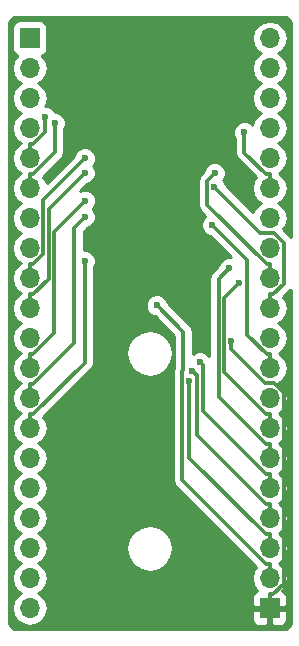
<source format=gbl>
G04 #@! TF.FileFunction,Copper,L2,Bot,Signal*
%FSLAX46Y46*%
G04 Gerber Fmt 4.6, Leading zero omitted, Abs format (unit mm)*
G04 Created by KiCad (PCBNEW 4.0.7) date *
%MOMM*%
%LPD*%
G01*
G04 APERTURE LIST*
%ADD10C,0.100000*%
%ADD11R,1.700000X1.700000*%
%ADD12O,1.700000X1.700000*%
%ADD13C,0.600000*%
%ADD14C,0.304800*%
%ADD15C,0.254000*%
G04 APERTURE END LIST*
D10*
D11*
X127000000Y-91440000D03*
D12*
X127000000Y-93980000D03*
X127000000Y-96520000D03*
X127000000Y-99060000D03*
X127000000Y-101600000D03*
X127000000Y-104140000D03*
X127000000Y-106680000D03*
X127000000Y-109220000D03*
X127000000Y-111760000D03*
X127000000Y-114300000D03*
X127000000Y-116840000D03*
X127000000Y-119380000D03*
X127000000Y-121920000D03*
X127000000Y-124460000D03*
X127000000Y-127000000D03*
X127000000Y-129540000D03*
X127000000Y-132080000D03*
X127000000Y-134620000D03*
X127000000Y-137160000D03*
X127000000Y-139700000D03*
D11*
X147320000Y-139700000D03*
D12*
X147320000Y-137160000D03*
X147320000Y-134620000D03*
X147320000Y-132080000D03*
X147320000Y-129540000D03*
X147320000Y-127000000D03*
X147320000Y-124460000D03*
X147320000Y-121920000D03*
X147320000Y-119380000D03*
X147320000Y-116840000D03*
X147320000Y-114300000D03*
X147320000Y-111760000D03*
X147320000Y-109220000D03*
X147320000Y-106680000D03*
X147320000Y-104140000D03*
X147320000Y-101600000D03*
X147320000Y-99060000D03*
X147320000Y-96520000D03*
X147320000Y-93980000D03*
X147320000Y-91440000D03*
D13*
X144065200Y-117078000D03*
X128340300Y-98160500D03*
X129121300Y-98629800D03*
X131670200Y-101618700D03*
X131674400Y-102842100D03*
X131699400Y-105218100D03*
X131689800Y-106593200D03*
X131675800Y-110313400D03*
X137760000Y-114065000D03*
X140532600Y-120500500D03*
X140785900Y-119620000D03*
X141412000Y-118874000D03*
X143910000Y-110931400D03*
X144748200Y-112150800D03*
X142447500Y-107275400D03*
X142650100Y-104065700D03*
X142656600Y-102865700D03*
X145184100Y-99429000D03*
D14*
X147320000Y-139700000D02*
X147320000Y-138544900D01*
X144065200Y-117765200D02*
X144065200Y-117078000D01*
X146950000Y-120650000D02*
X144065200Y-117765200D01*
X147690900Y-120650000D02*
X146950000Y-120650000D01*
X148518100Y-121477200D02*
X147690900Y-120650000D01*
X148518100Y-137635600D02*
X148518100Y-121477200D01*
X147608800Y-138544900D02*
X148518100Y-137635600D01*
X147320000Y-138544900D02*
X147608800Y-138544900D01*
X128340200Y-98160500D02*
X128340300Y-98160500D01*
X128340200Y-99393500D02*
X128340200Y-98160500D01*
X127288800Y-100444900D02*
X128340200Y-99393500D01*
X127000000Y-100444900D02*
X127288800Y-100444900D01*
X127000000Y-101600000D02*
X127000000Y-100444900D01*
X127000000Y-104140000D02*
X127000000Y-102984900D01*
X129121300Y-101123600D02*
X129121300Y-98629800D01*
X127260000Y-102984900D02*
X129121300Y-101123600D01*
X127000000Y-102984900D02*
X127260000Y-102984900D01*
X128155100Y-105133800D02*
X131670200Y-101618700D01*
X128155100Y-109738700D02*
X128155100Y-105133800D01*
X127288900Y-110604900D02*
X128155100Y-109738700D01*
X127000000Y-110604900D02*
X127288900Y-110604900D01*
X127000000Y-111760000D02*
X127000000Y-110604900D01*
X128612700Y-105903800D02*
X131674400Y-102842100D01*
X128612700Y-111821000D02*
X128612700Y-105903800D01*
X127288800Y-113144900D02*
X128612700Y-111821000D01*
X127000000Y-113144900D02*
X127288800Y-113144900D01*
X127000000Y-114300000D02*
X127000000Y-113144900D01*
X127000000Y-119380000D02*
X127000000Y-118224900D01*
X129070300Y-107847200D02*
X131699400Y-105218100D01*
X129070300Y-116443400D02*
X129070300Y-107847200D01*
X127288800Y-118224900D02*
X129070300Y-116443400D01*
X127000000Y-118224900D02*
X127288800Y-118224900D01*
X127000000Y-121920000D02*
X127000000Y-120764900D01*
X130795300Y-107487700D02*
X131689800Y-106593200D01*
X130795300Y-117258400D02*
X130795300Y-107487700D01*
X127288800Y-120764900D02*
X130795300Y-117258400D01*
X127000000Y-120764900D02*
X127288800Y-120764900D01*
X127000000Y-124460000D02*
X127000000Y-123304900D01*
X131675800Y-118917900D02*
X131675800Y-110313400D01*
X127288800Y-123304900D02*
X131675800Y-118917900D01*
X127000000Y-123304900D02*
X127288800Y-123304900D01*
X140005200Y-116310200D02*
X137760000Y-114065000D01*
X140005200Y-119544900D02*
X140005200Y-116310200D01*
X139917700Y-119632400D02*
X140005200Y-119544900D01*
X139917700Y-128891400D02*
X139917700Y-119632400D01*
X147031200Y-136004900D02*
X139917700Y-128891400D01*
X147320000Y-136004900D02*
X147031200Y-136004900D01*
X147320000Y-137160000D02*
X147320000Y-136004900D01*
X140532600Y-126966300D02*
X140532600Y-120500500D01*
X147031200Y-133464900D02*
X140532600Y-126966300D01*
X147320000Y-133464900D02*
X147031200Y-133464900D01*
X147320000Y-134620000D02*
X147320000Y-133464900D01*
X147320000Y-132080000D02*
X147320000Y-130924900D01*
X141156400Y-119990500D02*
X140785900Y-119620000D01*
X141156400Y-125050100D02*
X141156400Y-119990500D01*
X147031200Y-130924900D02*
X141156400Y-125050100D01*
X147320000Y-130924900D02*
X147031200Y-130924900D01*
X147320000Y-129540000D02*
X147320000Y-128384900D01*
X141694600Y-119156600D02*
X141412000Y-118874000D01*
X141694600Y-123048300D02*
X141694600Y-119156600D01*
X147031200Y-128384900D02*
X141694600Y-123048300D01*
X147320000Y-128384900D02*
X147031200Y-128384900D01*
X143002400Y-111839000D02*
X143910000Y-110931400D01*
X143002400Y-121816100D02*
X143002400Y-111839000D01*
X147031200Y-125844900D02*
X143002400Y-121816100D01*
X147320000Y-125844900D02*
X147031200Y-125844900D01*
X147320000Y-127000000D02*
X147320000Y-125844900D01*
X147320000Y-124460000D02*
X147320000Y-123304900D01*
X143460000Y-113439000D02*
X144748200Y-112150800D01*
X143460000Y-119733700D02*
X143460000Y-113439000D01*
X147031200Y-123304900D02*
X143460000Y-119733700D01*
X147320000Y-123304900D02*
X147031200Y-123304900D01*
X145377200Y-110205100D02*
X142447500Y-107275400D01*
X145377200Y-116541700D02*
X145377200Y-110205100D01*
X147060400Y-118224900D02*
X145377200Y-116541700D01*
X147320000Y-118224900D02*
X147060400Y-118224900D01*
X147320000Y-119380000D02*
X147320000Y-118224900D01*
X146534400Y-107950000D02*
X142650100Y-104065700D01*
X147690900Y-107950000D02*
X146534400Y-107950000D01*
X148518100Y-108777200D02*
X147690900Y-107950000D01*
X148518100Y-112235600D02*
X148518100Y-108777200D01*
X147608800Y-113144900D02*
X148518100Y-112235600D01*
X147320000Y-113144900D02*
X147608800Y-113144900D01*
X147320000Y-114300000D02*
X147320000Y-113144900D01*
X142025200Y-103497100D02*
X142656600Y-102865700D01*
X142025200Y-105563600D02*
X142025200Y-103497100D01*
X147066500Y-110604900D02*
X142025200Y-105563600D01*
X147320000Y-110604900D02*
X147066500Y-110604900D01*
X147320000Y-111760000D02*
X147320000Y-110604900D01*
X145184200Y-99429000D02*
X145184100Y-99429000D01*
X145184200Y-101137900D02*
X145184200Y-99429000D01*
X147031200Y-102984900D02*
X145184200Y-101137900D01*
X147320000Y-102984900D02*
X147031200Y-102984900D01*
X147320000Y-104140000D02*
X147320000Y-102984900D01*
D15*
G36*
X149098000Y-90095606D02*
X149098000Y-108255032D01*
X149074876Y-108220424D01*
X148473391Y-107618939D01*
X148721054Y-107248285D01*
X148834093Y-106680000D01*
X148721054Y-106111715D01*
X148399147Y-105629946D01*
X148069974Y-105410000D01*
X148399147Y-105190054D01*
X148721054Y-104708285D01*
X148834093Y-104140000D01*
X148721054Y-103571715D01*
X148399147Y-103089946D01*
X148086779Y-102881229D01*
X148082836Y-102861406D01*
X148399147Y-102650054D01*
X148721054Y-102168285D01*
X148834093Y-101600000D01*
X148721054Y-101031715D01*
X148399147Y-100549946D01*
X148069974Y-100330000D01*
X148399147Y-100110054D01*
X148721054Y-99628285D01*
X148834093Y-99060000D01*
X148721054Y-98491715D01*
X148399147Y-98009946D01*
X148069974Y-97790000D01*
X148399147Y-97570054D01*
X148721054Y-97088285D01*
X148834093Y-96520000D01*
X148721054Y-95951715D01*
X148399147Y-95469946D01*
X148069974Y-95250000D01*
X148399147Y-95030054D01*
X148721054Y-94548285D01*
X148834093Y-93980000D01*
X148721054Y-93411715D01*
X148399147Y-92929946D01*
X148069974Y-92710000D01*
X148399147Y-92490054D01*
X148721054Y-92008285D01*
X148834093Y-91440000D01*
X148721054Y-90871715D01*
X148399147Y-90389946D01*
X147917378Y-90068039D01*
X147349093Y-89955000D01*
X147290907Y-89955000D01*
X146722622Y-90068039D01*
X146240853Y-90389946D01*
X145918946Y-90871715D01*
X145805907Y-91440000D01*
X145918946Y-92008285D01*
X146240853Y-92490054D01*
X146570026Y-92710000D01*
X146240853Y-92929946D01*
X145918946Y-93411715D01*
X145805907Y-93980000D01*
X145918946Y-94548285D01*
X146240853Y-95030054D01*
X146570026Y-95250000D01*
X146240853Y-95469946D01*
X145918946Y-95951715D01*
X145805907Y-96520000D01*
X145918946Y-97088285D01*
X146240853Y-97570054D01*
X146570026Y-97790000D01*
X146240853Y-98009946D01*
X145918946Y-98491715D01*
X145860899Y-98783536D01*
X145714427Y-98636808D01*
X145370899Y-98494162D01*
X144998933Y-98493838D01*
X144655157Y-98635883D01*
X144391908Y-98898673D01*
X144249262Y-99242201D01*
X144248938Y-99614167D01*
X144390983Y-99957943D01*
X144396800Y-99963770D01*
X144396800Y-101137900D01*
X144456737Y-101439225D01*
X144627424Y-101694676D01*
X146153471Y-103220723D01*
X145918946Y-103571715D01*
X145805907Y-104140000D01*
X145918946Y-104708285D01*
X146240853Y-105190054D01*
X146570026Y-105410000D01*
X146240853Y-105629946D01*
X145918946Y-106111715D01*
X145900815Y-106202863D01*
X143585256Y-103887304D01*
X143585262Y-103880533D01*
X143443217Y-103536757D01*
X143375635Y-103469057D01*
X143448792Y-103396027D01*
X143591438Y-103052499D01*
X143591762Y-102680533D01*
X143449717Y-102336757D01*
X143186927Y-102073508D01*
X142843399Y-101930862D01*
X142471433Y-101930538D01*
X142127657Y-102072583D01*
X141864408Y-102335373D01*
X141721762Y-102678901D01*
X141721755Y-102686993D01*
X141468424Y-102940324D01*
X141297737Y-103195775D01*
X141237800Y-103497100D01*
X141237800Y-105563600D01*
X141297737Y-105864925D01*
X141468424Y-106120376D01*
X141874406Y-106526358D01*
X141655308Y-106745073D01*
X141512662Y-107088601D01*
X141512338Y-107460567D01*
X141654383Y-107804343D01*
X141917173Y-108067592D01*
X142260701Y-108210238D01*
X142268793Y-108210245D01*
X144055074Y-109996526D01*
X143724833Y-109996238D01*
X143381057Y-110138283D01*
X143117808Y-110401073D01*
X142975162Y-110744601D01*
X142975155Y-110752693D01*
X142445624Y-111282224D01*
X142274937Y-111537675D01*
X142215000Y-111839000D01*
X142215000Y-118368976D01*
X142205117Y-118345057D01*
X141942327Y-118081808D01*
X141598799Y-117939162D01*
X141226833Y-117938838D01*
X140883057Y-118080883D01*
X140792600Y-118171182D01*
X140792600Y-116310200D01*
X140732663Y-116008875D01*
X140561976Y-115753424D01*
X138695156Y-113886604D01*
X138695162Y-113879833D01*
X138553117Y-113536057D01*
X138290327Y-113272808D01*
X137946799Y-113130162D01*
X137574833Y-113129838D01*
X137231057Y-113271883D01*
X136967808Y-113534673D01*
X136825162Y-113878201D01*
X136824838Y-114250167D01*
X136966883Y-114593943D01*
X137229673Y-114857192D01*
X137573201Y-114999838D01*
X137581293Y-114999845D01*
X139217800Y-116636352D01*
X139217800Y-119289824D01*
X139190237Y-119331075D01*
X139130300Y-119632400D01*
X139130300Y-128891400D01*
X139190237Y-129192725D01*
X139360924Y-129448176D01*
X146153471Y-136240723D01*
X145918946Y-136591715D01*
X145805907Y-137160000D01*
X145918946Y-137728285D01*
X146240853Y-138210054D01*
X146284777Y-138239403D01*
X146110302Y-138311673D01*
X145931673Y-138490301D01*
X145835000Y-138723690D01*
X145835000Y-139414250D01*
X145993750Y-139573000D01*
X147193000Y-139573000D01*
X147193000Y-139553000D01*
X147447000Y-139553000D01*
X147447000Y-139573000D01*
X148646250Y-139573000D01*
X148805000Y-139414250D01*
X148805000Y-138723690D01*
X148708327Y-138490301D01*
X148529698Y-138311673D01*
X148355223Y-138239403D01*
X148399147Y-138210054D01*
X148721054Y-137728285D01*
X148834093Y-137160000D01*
X148721054Y-136591715D01*
X148399147Y-136109946D01*
X148086779Y-135901229D01*
X148082836Y-135881406D01*
X148399147Y-135670054D01*
X148721054Y-135188285D01*
X148834093Y-134620000D01*
X148721054Y-134051715D01*
X148399147Y-133569946D01*
X148086779Y-133361229D01*
X148082836Y-133341406D01*
X148399147Y-133130054D01*
X148721054Y-132648285D01*
X148834093Y-132080000D01*
X148721054Y-131511715D01*
X148399147Y-131029946D01*
X148086779Y-130821229D01*
X148082836Y-130801406D01*
X148399147Y-130590054D01*
X148721054Y-130108285D01*
X148834093Y-129540000D01*
X148721054Y-128971715D01*
X148399147Y-128489946D01*
X148086779Y-128281229D01*
X148082836Y-128261406D01*
X148399147Y-128050054D01*
X148721054Y-127568285D01*
X148834093Y-127000000D01*
X148721054Y-126431715D01*
X148399147Y-125949946D01*
X148086779Y-125741229D01*
X148082836Y-125721406D01*
X148399147Y-125510054D01*
X148721054Y-125028285D01*
X148834093Y-124460000D01*
X148721054Y-123891715D01*
X148399147Y-123409946D01*
X148086779Y-123201229D01*
X148082836Y-123181406D01*
X148399147Y-122970054D01*
X148721054Y-122488285D01*
X148834093Y-121920000D01*
X148721054Y-121351715D01*
X148399147Y-120869946D01*
X148069974Y-120650000D01*
X148399147Y-120430054D01*
X148721054Y-119948285D01*
X148834093Y-119380000D01*
X148721054Y-118811715D01*
X148399147Y-118329946D01*
X148086779Y-118121229D01*
X148082836Y-118101406D01*
X148399147Y-117890054D01*
X148721054Y-117408285D01*
X148834093Y-116840000D01*
X148721054Y-116271715D01*
X148399147Y-115789946D01*
X148069974Y-115570000D01*
X148399147Y-115350054D01*
X148721054Y-114868285D01*
X148834093Y-114300000D01*
X148721054Y-113731715D01*
X148486529Y-113380723D01*
X149074876Y-112792376D01*
X149098000Y-112757768D01*
X149098000Y-141044394D01*
X148664394Y-141478000D01*
X125655606Y-141478000D01*
X125222000Y-141044394D01*
X125222000Y-93980000D01*
X125485907Y-93980000D01*
X125598946Y-94548285D01*
X125920853Y-95030054D01*
X126250026Y-95250000D01*
X125920853Y-95469946D01*
X125598946Y-95951715D01*
X125485907Y-96520000D01*
X125598946Y-97088285D01*
X125920853Y-97570054D01*
X126250026Y-97790000D01*
X125920853Y-98009946D01*
X125598946Y-98491715D01*
X125485907Y-99060000D01*
X125598946Y-99628285D01*
X125920853Y-100110054D01*
X126237164Y-100321406D01*
X126233221Y-100341229D01*
X125920853Y-100549946D01*
X125598946Y-101031715D01*
X125485907Y-101600000D01*
X125598946Y-102168285D01*
X125920853Y-102650054D01*
X126237164Y-102861406D01*
X126233221Y-102881229D01*
X125920853Y-103089946D01*
X125598946Y-103571715D01*
X125485907Y-104140000D01*
X125598946Y-104708285D01*
X125920853Y-105190054D01*
X126250026Y-105410000D01*
X125920853Y-105629946D01*
X125598946Y-106111715D01*
X125485907Y-106680000D01*
X125598946Y-107248285D01*
X125920853Y-107730054D01*
X126250026Y-107950000D01*
X125920853Y-108169946D01*
X125598946Y-108651715D01*
X125485907Y-109220000D01*
X125598946Y-109788285D01*
X125920853Y-110270054D01*
X126237164Y-110481406D01*
X126233221Y-110501229D01*
X125920853Y-110709946D01*
X125598946Y-111191715D01*
X125485907Y-111760000D01*
X125598946Y-112328285D01*
X125920853Y-112810054D01*
X126237164Y-113021406D01*
X126233221Y-113041229D01*
X125920853Y-113249946D01*
X125598946Y-113731715D01*
X125485907Y-114300000D01*
X125598946Y-114868285D01*
X125920853Y-115350054D01*
X126250026Y-115570000D01*
X125920853Y-115789946D01*
X125598946Y-116271715D01*
X125485907Y-116840000D01*
X125598946Y-117408285D01*
X125920853Y-117890054D01*
X126237164Y-118101406D01*
X126233221Y-118121229D01*
X125920853Y-118329946D01*
X125598946Y-118811715D01*
X125485907Y-119380000D01*
X125598946Y-119948285D01*
X125920853Y-120430054D01*
X126237164Y-120641406D01*
X126233221Y-120661229D01*
X125920853Y-120869946D01*
X125598946Y-121351715D01*
X125485907Y-121920000D01*
X125598946Y-122488285D01*
X125920853Y-122970054D01*
X126237164Y-123181406D01*
X126233221Y-123201229D01*
X125920853Y-123409946D01*
X125598946Y-123891715D01*
X125485907Y-124460000D01*
X125598946Y-125028285D01*
X125920853Y-125510054D01*
X126250026Y-125730000D01*
X125920853Y-125949946D01*
X125598946Y-126431715D01*
X125485907Y-127000000D01*
X125598946Y-127568285D01*
X125920853Y-128050054D01*
X126250026Y-128270000D01*
X125920853Y-128489946D01*
X125598946Y-128971715D01*
X125485907Y-129540000D01*
X125598946Y-130108285D01*
X125920853Y-130590054D01*
X126250026Y-130810000D01*
X125920853Y-131029946D01*
X125598946Y-131511715D01*
X125485907Y-132080000D01*
X125598946Y-132648285D01*
X125920853Y-133130054D01*
X126250026Y-133350000D01*
X125920853Y-133569946D01*
X125598946Y-134051715D01*
X125485907Y-134620000D01*
X125598946Y-135188285D01*
X125920853Y-135670054D01*
X126250026Y-135890000D01*
X125920853Y-136109946D01*
X125598946Y-136591715D01*
X125485907Y-137160000D01*
X125598946Y-137728285D01*
X125920853Y-138210054D01*
X126250026Y-138430000D01*
X125920853Y-138649946D01*
X125598946Y-139131715D01*
X125485907Y-139700000D01*
X125598946Y-140268285D01*
X125920853Y-140750054D01*
X126402622Y-141071961D01*
X126970907Y-141185000D01*
X127029093Y-141185000D01*
X127597378Y-141071961D01*
X128079147Y-140750054D01*
X128401054Y-140268285D01*
X128457253Y-139985750D01*
X145835000Y-139985750D01*
X145835000Y-140676310D01*
X145931673Y-140909699D01*
X146110302Y-141088327D01*
X146343691Y-141185000D01*
X147034250Y-141185000D01*
X147193000Y-141026250D01*
X147193000Y-139827000D01*
X147447000Y-139827000D01*
X147447000Y-141026250D01*
X147605750Y-141185000D01*
X148296309Y-141185000D01*
X148529698Y-141088327D01*
X148708327Y-140909699D01*
X148805000Y-140676310D01*
X148805000Y-139985750D01*
X148646250Y-139827000D01*
X147447000Y-139827000D01*
X147193000Y-139827000D01*
X145993750Y-139827000D01*
X145835000Y-139985750D01*
X128457253Y-139985750D01*
X128514093Y-139700000D01*
X128401054Y-139131715D01*
X128079147Y-138649946D01*
X127749974Y-138430000D01*
X128079147Y-138210054D01*
X128401054Y-137728285D01*
X128514093Y-137160000D01*
X128401054Y-136591715D01*
X128079147Y-136109946D01*
X127749974Y-135890000D01*
X128079147Y-135670054D01*
X128401054Y-135188285D01*
X128514093Y-134620000D01*
X135180000Y-134620000D01*
X135330719Y-135377713D01*
X135759929Y-136020071D01*
X136402287Y-136449281D01*
X137160000Y-136600000D01*
X137917713Y-136449281D01*
X138560071Y-136020071D01*
X138989281Y-135377713D01*
X139140000Y-134620000D01*
X138989281Y-133862287D01*
X138560071Y-133219929D01*
X137917713Y-132790719D01*
X137160000Y-132640000D01*
X136402287Y-132790719D01*
X135759929Y-133219929D01*
X135330719Y-133862287D01*
X135180000Y-134620000D01*
X128514093Y-134620000D01*
X128401054Y-134051715D01*
X128079147Y-133569946D01*
X127749974Y-133350000D01*
X128079147Y-133130054D01*
X128401054Y-132648285D01*
X128514093Y-132080000D01*
X128401054Y-131511715D01*
X128079147Y-131029946D01*
X127749974Y-130810000D01*
X128079147Y-130590054D01*
X128401054Y-130108285D01*
X128514093Y-129540000D01*
X128401054Y-128971715D01*
X128079147Y-128489946D01*
X127749974Y-128270000D01*
X128079147Y-128050054D01*
X128401054Y-127568285D01*
X128514093Y-127000000D01*
X128401054Y-126431715D01*
X128079147Y-125949946D01*
X127749974Y-125730000D01*
X128079147Y-125510054D01*
X128401054Y-125028285D01*
X128514093Y-124460000D01*
X128401054Y-123891715D01*
X128166529Y-123540723D01*
X132232576Y-119474676D01*
X132403263Y-119219225D01*
X132463200Y-118917900D01*
X132463200Y-118110000D01*
X135180000Y-118110000D01*
X135330719Y-118867713D01*
X135759929Y-119510071D01*
X136402287Y-119939281D01*
X137160000Y-120090000D01*
X137917713Y-119939281D01*
X138560071Y-119510071D01*
X138989281Y-118867713D01*
X139140000Y-118110000D01*
X138989281Y-117352287D01*
X138560071Y-116709929D01*
X137917713Y-116280719D01*
X137160000Y-116130000D01*
X136402287Y-116280719D01*
X135759929Y-116709929D01*
X135330719Y-117352287D01*
X135180000Y-118110000D01*
X132463200Y-118110000D01*
X132463200Y-110848511D01*
X132467992Y-110843727D01*
X132610638Y-110500199D01*
X132610962Y-110128233D01*
X132468917Y-109784457D01*
X132206127Y-109521208D01*
X131862599Y-109378562D01*
X131582700Y-109378318D01*
X131582700Y-107813852D01*
X131868196Y-107528356D01*
X131874967Y-107528362D01*
X132218743Y-107386317D01*
X132481992Y-107123527D01*
X132624638Y-106779999D01*
X132624962Y-106408033D01*
X132482917Y-106064257D01*
X132329332Y-105910404D01*
X132491592Y-105748427D01*
X132634238Y-105404899D01*
X132634562Y-105032933D01*
X132492517Y-104689157D01*
X132229727Y-104425908D01*
X131886199Y-104283262D01*
X131514233Y-104282938D01*
X131229440Y-104400612D01*
X131852796Y-103777256D01*
X131859567Y-103777262D01*
X132203343Y-103635217D01*
X132466592Y-103372427D01*
X132609238Y-103028899D01*
X132609562Y-102656933D01*
X132467517Y-102313157D01*
X132382894Y-102228386D01*
X132462392Y-102149027D01*
X132605038Y-101805499D01*
X132605362Y-101433533D01*
X132463317Y-101089757D01*
X132200527Y-100826508D01*
X131856999Y-100683862D01*
X131485033Y-100683538D01*
X131141257Y-100825583D01*
X130878008Y-101088373D01*
X130735362Y-101431901D01*
X130735355Y-101439993D01*
X128434664Y-103740684D01*
X128401054Y-103571715D01*
X128154993Y-103203459D01*
X129678076Y-101680376D01*
X129848763Y-101424925D01*
X129908700Y-101123600D01*
X129908700Y-99164911D01*
X129913492Y-99160127D01*
X130056138Y-98816599D01*
X130056462Y-98444633D01*
X129914417Y-98100857D01*
X129651627Y-97837608D01*
X129308099Y-97694962D01*
X129159562Y-97694833D01*
X129133417Y-97631557D01*
X128870627Y-97368308D01*
X128527099Y-97225662D01*
X128309389Y-97225472D01*
X128401054Y-97088285D01*
X128514093Y-96520000D01*
X128401054Y-95951715D01*
X128079147Y-95469946D01*
X127749974Y-95250000D01*
X128079147Y-95030054D01*
X128401054Y-94548285D01*
X128514093Y-93980000D01*
X128401054Y-93411715D01*
X128079147Y-92929946D01*
X128037548Y-92902150D01*
X128085317Y-92893162D01*
X128301441Y-92754090D01*
X128446431Y-92541890D01*
X128497440Y-92290000D01*
X128497440Y-90590000D01*
X128453162Y-90354683D01*
X128314090Y-90138559D01*
X128101890Y-89993569D01*
X127850000Y-89942560D01*
X126150000Y-89942560D01*
X125914683Y-89986838D01*
X125698559Y-90125910D01*
X125553569Y-90338110D01*
X125502560Y-90590000D01*
X125502560Y-92290000D01*
X125546838Y-92525317D01*
X125685910Y-92741441D01*
X125898110Y-92886431D01*
X125965541Y-92900086D01*
X125920853Y-92929946D01*
X125598946Y-93411715D01*
X125485907Y-93980000D01*
X125222000Y-93980000D01*
X125222000Y-90095606D01*
X125655606Y-89662000D01*
X148664394Y-89662000D01*
X149098000Y-90095606D01*
X149098000Y-90095606D01*
G37*
X149098000Y-90095606D02*
X149098000Y-108255032D01*
X149074876Y-108220424D01*
X148473391Y-107618939D01*
X148721054Y-107248285D01*
X148834093Y-106680000D01*
X148721054Y-106111715D01*
X148399147Y-105629946D01*
X148069974Y-105410000D01*
X148399147Y-105190054D01*
X148721054Y-104708285D01*
X148834093Y-104140000D01*
X148721054Y-103571715D01*
X148399147Y-103089946D01*
X148086779Y-102881229D01*
X148082836Y-102861406D01*
X148399147Y-102650054D01*
X148721054Y-102168285D01*
X148834093Y-101600000D01*
X148721054Y-101031715D01*
X148399147Y-100549946D01*
X148069974Y-100330000D01*
X148399147Y-100110054D01*
X148721054Y-99628285D01*
X148834093Y-99060000D01*
X148721054Y-98491715D01*
X148399147Y-98009946D01*
X148069974Y-97790000D01*
X148399147Y-97570054D01*
X148721054Y-97088285D01*
X148834093Y-96520000D01*
X148721054Y-95951715D01*
X148399147Y-95469946D01*
X148069974Y-95250000D01*
X148399147Y-95030054D01*
X148721054Y-94548285D01*
X148834093Y-93980000D01*
X148721054Y-93411715D01*
X148399147Y-92929946D01*
X148069974Y-92710000D01*
X148399147Y-92490054D01*
X148721054Y-92008285D01*
X148834093Y-91440000D01*
X148721054Y-90871715D01*
X148399147Y-90389946D01*
X147917378Y-90068039D01*
X147349093Y-89955000D01*
X147290907Y-89955000D01*
X146722622Y-90068039D01*
X146240853Y-90389946D01*
X145918946Y-90871715D01*
X145805907Y-91440000D01*
X145918946Y-92008285D01*
X146240853Y-92490054D01*
X146570026Y-92710000D01*
X146240853Y-92929946D01*
X145918946Y-93411715D01*
X145805907Y-93980000D01*
X145918946Y-94548285D01*
X146240853Y-95030054D01*
X146570026Y-95250000D01*
X146240853Y-95469946D01*
X145918946Y-95951715D01*
X145805907Y-96520000D01*
X145918946Y-97088285D01*
X146240853Y-97570054D01*
X146570026Y-97790000D01*
X146240853Y-98009946D01*
X145918946Y-98491715D01*
X145860899Y-98783536D01*
X145714427Y-98636808D01*
X145370899Y-98494162D01*
X144998933Y-98493838D01*
X144655157Y-98635883D01*
X144391908Y-98898673D01*
X144249262Y-99242201D01*
X144248938Y-99614167D01*
X144390983Y-99957943D01*
X144396800Y-99963770D01*
X144396800Y-101137900D01*
X144456737Y-101439225D01*
X144627424Y-101694676D01*
X146153471Y-103220723D01*
X145918946Y-103571715D01*
X145805907Y-104140000D01*
X145918946Y-104708285D01*
X146240853Y-105190054D01*
X146570026Y-105410000D01*
X146240853Y-105629946D01*
X145918946Y-106111715D01*
X145900815Y-106202863D01*
X143585256Y-103887304D01*
X143585262Y-103880533D01*
X143443217Y-103536757D01*
X143375635Y-103469057D01*
X143448792Y-103396027D01*
X143591438Y-103052499D01*
X143591762Y-102680533D01*
X143449717Y-102336757D01*
X143186927Y-102073508D01*
X142843399Y-101930862D01*
X142471433Y-101930538D01*
X142127657Y-102072583D01*
X141864408Y-102335373D01*
X141721762Y-102678901D01*
X141721755Y-102686993D01*
X141468424Y-102940324D01*
X141297737Y-103195775D01*
X141237800Y-103497100D01*
X141237800Y-105563600D01*
X141297737Y-105864925D01*
X141468424Y-106120376D01*
X141874406Y-106526358D01*
X141655308Y-106745073D01*
X141512662Y-107088601D01*
X141512338Y-107460567D01*
X141654383Y-107804343D01*
X141917173Y-108067592D01*
X142260701Y-108210238D01*
X142268793Y-108210245D01*
X144055074Y-109996526D01*
X143724833Y-109996238D01*
X143381057Y-110138283D01*
X143117808Y-110401073D01*
X142975162Y-110744601D01*
X142975155Y-110752693D01*
X142445624Y-111282224D01*
X142274937Y-111537675D01*
X142215000Y-111839000D01*
X142215000Y-118368976D01*
X142205117Y-118345057D01*
X141942327Y-118081808D01*
X141598799Y-117939162D01*
X141226833Y-117938838D01*
X140883057Y-118080883D01*
X140792600Y-118171182D01*
X140792600Y-116310200D01*
X140732663Y-116008875D01*
X140561976Y-115753424D01*
X138695156Y-113886604D01*
X138695162Y-113879833D01*
X138553117Y-113536057D01*
X138290327Y-113272808D01*
X137946799Y-113130162D01*
X137574833Y-113129838D01*
X137231057Y-113271883D01*
X136967808Y-113534673D01*
X136825162Y-113878201D01*
X136824838Y-114250167D01*
X136966883Y-114593943D01*
X137229673Y-114857192D01*
X137573201Y-114999838D01*
X137581293Y-114999845D01*
X139217800Y-116636352D01*
X139217800Y-119289824D01*
X139190237Y-119331075D01*
X139130300Y-119632400D01*
X139130300Y-128891400D01*
X139190237Y-129192725D01*
X139360924Y-129448176D01*
X146153471Y-136240723D01*
X145918946Y-136591715D01*
X145805907Y-137160000D01*
X145918946Y-137728285D01*
X146240853Y-138210054D01*
X146284777Y-138239403D01*
X146110302Y-138311673D01*
X145931673Y-138490301D01*
X145835000Y-138723690D01*
X145835000Y-139414250D01*
X145993750Y-139573000D01*
X147193000Y-139573000D01*
X147193000Y-139553000D01*
X147447000Y-139553000D01*
X147447000Y-139573000D01*
X148646250Y-139573000D01*
X148805000Y-139414250D01*
X148805000Y-138723690D01*
X148708327Y-138490301D01*
X148529698Y-138311673D01*
X148355223Y-138239403D01*
X148399147Y-138210054D01*
X148721054Y-137728285D01*
X148834093Y-137160000D01*
X148721054Y-136591715D01*
X148399147Y-136109946D01*
X148086779Y-135901229D01*
X148082836Y-135881406D01*
X148399147Y-135670054D01*
X148721054Y-135188285D01*
X148834093Y-134620000D01*
X148721054Y-134051715D01*
X148399147Y-133569946D01*
X148086779Y-133361229D01*
X148082836Y-133341406D01*
X148399147Y-133130054D01*
X148721054Y-132648285D01*
X148834093Y-132080000D01*
X148721054Y-131511715D01*
X148399147Y-131029946D01*
X148086779Y-130821229D01*
X148082836Y-130801406D01*
X148399147Y-130590054D01*
X148721054Y-130108285D01*
X148834093Y-129540000D01*
X148721054Y-128971715D01*
X148399147Y-128489946D01*
X148086779Y-128281229D01*
X148082836Y-128261406D01*
X148399147Y-128050054D01*
X148721054Y-127568285D01*
X148834093Y-127000000D01*
X148721054Y-126431715D01*
X148399147Y-125949946D01*
X148086779Y-125741229D01*
X148082836Y-125721406D01*
X148399147Y-125510054D01*
X148721054Y-125028285D01*
X148834093Y-124460000D01*
X148721054Y-123891715D01*
X148399147Y-123409946D01*
X148086779Y-123201229D01*
X148082836Y-123181406D01*
X148399147Y-122970054D01*
X148721054Y-122488285D01*
X148834093Y-121920000D01*
X148721054Y-121351715D01*
X148399147Y-120869946D01*
X148069974Y-120650000D01*
X148399147Y-120430054D01*
X148721054Y-119948285D01*
X148834093Y-119380000D01*
X148721054Y-118811715D01*
X148399147Y-118329946D01*
X148086779Y-118121229D01*
X148082836Y-118101406D01*
X148399147Y-117890054D01*
X148721054Y-117408285D01*
X148834093Y-116840000D01*
X148721054Y-116271715D01*
X148399147Y-115789946D01*
X148069974Y-115570000D01*
X148399147Y-115350054D01*
X148721054Y-114868285D01*
X148834093Y-114300000D01*
X148721054Y-113731715D01*
X148486529Y-113380723D01*
X149074876Y-112792376D01*
X149098000Y-112757768D01*
X149098000Y-141044394D01*
X148664394Y-141478000D01*
X125655606Y-141478000D01*
X125222000Y-141044394D01*
X125222000Y-93980000D01*
X125485907Y-93980000D01*
X125598946Y-94548285D01*
X125920853Y-95030054D01*
X126250026Y-95250000D01*
X125920853Y-95469946D01*
X125598946Y-95951715D01*
X125485907Y-96520000D01*
X125598946Y-97088285D01*
X125920853Y-97570054D01*
X126250026Y-97790000D01*
X125920853Y-98009946D01*
X125598946Y-98491715D01*
X125485907Y-99060000D01*
X125598946Y-99628285D01*
X125920853Y-100110054D01*
X126237164Y-100321406D01*
X126233221Y-100341229D01*
X125920853Y-100549946D01*
X125598946Y-101031715D01*
X125485907Y-101600000D01*
X125598946Y-102168285D01*
X125920853Y-102650054D01*
X126237164Y-102861406D01*
X126233221Y-102881229D01*
X125920853Y-103089946D01*
X125598946Y-103571715D01*
X125485907Y-104140000D01*
X125598946Y-104708285D01*
X125920853Y-105190054D01*
X126250026Y-105410000D01*
X125920853Y-105629946D01*
X125598946Y-106111715D01*
X125485907Y-106680000D01*
X125598946Y-107248285D01*
X125920853Y-107730054D01*
X126250026Y-107950000D01*
X125920853Y-108169946D01*
X125598946Y-108651715D01*
X125485907Y-109220000D01*
X125598946Y-109788285D01*
X125920853Y-110270054D01*
X126237164Y-110481406D01*
X126233221Y-110501229D01*
X125920853Y-110709946D01*
X125598946Y-111191715D01*
X125485907Y-111760000D01*
X125598946Y-112328285D01*
X125920853Y-112810054D01*
X126237164Y-113021406D01*
X126233221Y-113041229D01*
X125920853Y-113249946D01*
X125598946Y-113731715D01*
X125485907Y-114300000D01*
X125598946Y-114868285D01*
X125920853Y-115350054D01*
X126250026Y-115570000D01*
X125920853Y-115789946D01*
X125598946Y-116271715D01*
X125485907Y-116840000D01*
X125598946Y-117408285D01*
X125920853Y-117890054D01*
X126237164Y-118101406D01*
X126233221Y-118121229D01*
X125920853Y-118329946D01*
X125598946Y-118811715D01*
X125485907Y-119380000D01*
X125598946Y-119948285D01*
X125920853Y-120430054D01*
X126237164Y-120641406D01*
X126233221Y-120661229D01*
X125920853Y-120869946D01*
X125598946Y-121351715D01*
X125485907Y-121920000D01*
X125598946Y-122488285D01*
X125920853Y-122970054D01*
X126237164Y-123181406D01*
X126233221Y-123201229D01*
X125920853Y-123409946D01*
X125598946Y-123891715D01*
X125485907Y-124460000D01*
X125598946Y-125028285D01*
X125920853Y-125510054D01*
X126250026Y-125730000D01*
X125920853Y-125949946D01*
X125598946Y-126431715D01*
X125485907Y-127000000D01*
X125598946Y-127568285D01*
X125920853Y-128050054D01*
X126250026Y-128270000D01*
X125920853Y-128489946D01*
X125598946Y-128971715D01*
X125485907Y-129540000D01*
X125598946Y-130108285D01*
X125920853Y-130590054D01*
X126250026Y-130810000D01*
X125920853Y-131029946D01*
X125598946Y-131511715D01*
X125485907Y-132080000D01*
X125598946Y-132648285D01*
X125920853Y-133130054D01*
X126250026Y-133350000D01*
X125920853Y-133569946D01*
X125598946Y-134051715D01*
X125485907Y-134620000D01*
X125598946Y-135188285D01*
X125920853Y-135670054D01*
X126250026Y-135890000D01*
X125920853Y-136109946D01*
X125598946Y-136591715D01*
X125485907Y-137160000D01*
X125598946Y-137728285D01*
X125920853Y-138210054D01*
X126250026Y-138430000D01*
X125920853Y-138649946D01*
X125598946Y-139131715D01*
X125485907Y-139700000D01*
X125598946Y-140268285D01*
X125920853Y-140750054D01*
X126402622Y-141071961D01*
X126970907Y-141185000D01*
X127029093Y-141185000D01*
X127597378Y-141071961D01*
X128079147Y-140750054D01*
X128401054Y-140268285D01*
X128457253Y-139985750D01*
X145835000Y-139985750D01*
X145835000Y-140676310D01*
X145931673Y-140909699D01*
X146110302Y-141088327D01*
X146343691Y-141185000D01*
X147034250Y-141185000D01*
X147193000Y-141026250D01*
X147193000Y-139827000D01*
X147447000Y-139827000D01*
X147447000Y-141026250D01*
X147605750Y-141185000D01*
X148296309Y-141185000D01*
X148529698Y-141088327D01*
X148708327Y-140909699D01*
X148805000Y-140676310D01*
X148805000Y-139985750D01*
X148646250Y-139827000D01*
X147447000Y-139827000D01*
X147193000Y-139827000D01*
X145993750Y-139827000D01*
X145835000Y-139985750D01*
X128457253Y-139985750D01*
X128514093Y-139700000D01*
X128401054Y-139131715D01*
X128079147Y-138649946D01*
X127749974Y-138430000D01*
X128079147Y-138210054D01*
X128401054Y-137728285D01*
X128514093Y-137160000D01*
X128401054Y-136591715D01*
X128079147Y-136109946D01*
X127749974Y-135890000D01*
X128079147Y-135670054D01*
X128401054Y-135188285D01*
X128514093Y-134620000D01*
X135180000Y-134620000D01*
X135330719Y-135377713D01*
X135759929Y-136020071D01*
X136402287Y-136449281D01*
X137160000Y-136600000D01*
X137917713Y-136449281D01*
X138560071Y-136020071D01*
X138989281Y-135377713D01*
X139140000Y-134620000D01*
X138989281Y-133862287D01*
X138560071Y-133219929D01*
X137917713Y-132790719D01*
X137160000Y-132640000D01*
X136402287Y-132790719D01*
X135759929Y-133219929D01*
X135330719Y-133862287D01*
X135180000Y-134620000D01*
X128514093Y-134620000D01*
X128401054Y-134051715D01*
X128079147Y-133569946D01*
X127749974Y-133350000D01*
X128079147Y-133130054D01*
X128401054Y-132648285D01*
X128514093Y-132080000D01*
X128401054Y-131511715D01*
X128079147Y-131029946D01*
X127749974Y-130810000D01*
X128079147Y-130590054D01*
X128401054Y-130108285D01*
X128514093Y-129540000D01*
X128401054Y-128971715D01*
X128079147Y-128489946D01*
X127749974Y-128270000D01*
X128079147Y-128050054D01*
X128401054Y-127568285D01*
X128514093Y-127000000D01*
X128401054Y-126431715D01*
X128079147Y-125949946D01*
X127749974Y-125730000D01*
X128079147Y-125510054D01*
X128401054Y-125028285D01*
X128514093Y-124460000D01*
X128401054Y-123891715D01*
X128166529Y-123540723D01*
X132232576Y-119474676D01*
X132403263Y-119219225D01*
X132463200Y-118917900D01*
X132463200Y-118110000D01*
X135180000Y-118110000D01*
X135330719Y-118867713D01*
X135759929Y-119510071D01*
X136402287Y-119939281D01*
X137160000Y-120090000D01*
X137917713Y-119939281D01*
X138560071Y-119510071D01*
X138989281Y-118867713D01*
X139140000Y-118110000D01*
X138989281Y-117352287D01*
X138560071Y-116709929D01*
X137917713Y-116280719D01*
X137160000Y-116130000D01*
X136402287Y-116280719D01*
X135759929Y-116709929D01*
X135330719Y-117352287D01*
X135180000Y-118110000D01*
X132463200Y-118110000D01*
X132463200Y-110848511D01*
X132467992Y-110843727D01*
X132610638Y-110500199D01*
X132610962Y-110128233D01*
X132468917Y-109784457D01*
X132206127Y-109521208D01*
X131862599Y-109378562D01*
X131582700Y-109378318D01*
X131582700Y-107813852D01*
X131868196Y-107528356D01*
X131874967Y-107528362D01*
X132218743Y-107386317D01*
X132481992Y-107123527D01*
X132624638Y-106779999D01*
X132624962Y-106408033D01*
X132482917Y-106064257D01*
X132329332Y-105910404D01*
X132491592Y-105748427D01*
X132634238Y-105404899D01*
X132634562Y-105032933D01*
X132492517Y-104689157D01*
X132229727Y-104425908D01*
X131886199Y-104283262D01*
X131514233Y-104282938D01*
X131229440Y-104400612D01*
X131852796Y-103777256D01*
X131859567Y-103777262D01*
X132203343Y-103635217D01*
X132466592Y-103372427D01*
X132609238Y-103028899D01*
X132609562Y-102656933D01*
X132467517Y-102313157D01*
X132382894Y-102228386D01*
X132462392Y-102149027D01*
X132605038Y-101805499D01*
X132605362Y-101433533D01*
X132463317Y-101089757D01*
X132200527Y-100826508D01*
X131856999Y-100683862D01*
X131485033Y-100683538D01*
X131141257Y-100825583D01*
X130878008Y-101088373D01*
X130735362Y-101431901D01*
X130735355Y-101439993D01*
X128434664Y-103740684D01*
X128401054Y-103571715D01*
X128154993Y-103203459D01*
X129678076Y-101680376D01*
X129848763Y-101424925D01*
X129908700Y-101123600D01*
X129908700Y-99164911D01*
X129913492Y-99160127D01*
X130056138Y-98816599D01*
X130056462Y-98444633D01*
X129914417Y-98100857D01*
X129651627Y-97837608D01*
X129308099Y-97694962D01*
X129159562Y-97694833D01*
X129133417Y-97631557D01*
X128870627Y-97368308D01*
X128527099Y-97225662D01*
X128309389Y-97225472D01*
X128401054Y-97088285D01*
X128514093Y-96520000D01*
X128401054Y-95951715D01*
X128079147Y-95469946D01*
X127749974Y-95250000D01*
X128079147Y-95030054D01*
X128401054Y-94548285D01*
X128514093Y-93980000D01*
X128401054Y-93411715D01*
X128079147Y-92929946D01*
X128037548Y-92902150D01*
X128085317Y-92893162D01*
X128301441Y-92754090D01*
X128446431Y-92541890D01*
X128497440Y-92290000D01*
X128497440Y-90590000D01*
X128453162Y-90354683D01*
X128314090Y-90138559D01*
X128101890Y-89993569D01*
X127850000Y-89942560D01*
X126150000Y-89942560D01*
X125914683Y-89986838D01*
X125698559Y-90125910D01*
X125553569Y-90338110D01*
X125502560Y-90590000D01*
X125502560Y-92290000D01*
X125546838Y-92525317D01*
X125685910Y-92741441D01*
X125898110Y-92886431D01*
X125965541Y-92900086D01*
X125920853Y-92929946D01*
X125598946Y-93411715D01*
X125485907Y-93980000D01*
X125222000Y-93980000D01*
X125222000Y-90095606D01*
X125655606Y-89662000D01*
X148664394Y-89662000D01*
X149098000Y-90095606D01*
M02*

</source>
